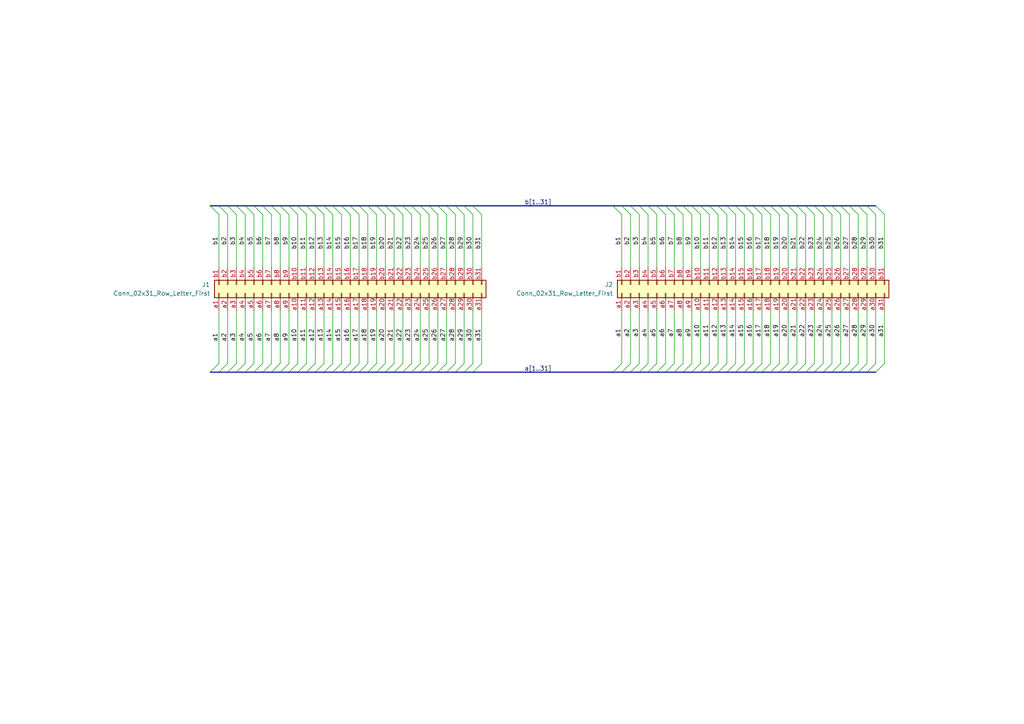
<source format=kicad_sch>
(kicad_sch (version 20250114) (generator "eeschema") (generator_version "9.0")
  (paper "A4")
  (title_block (title "HP Universal 3.98mm Extension Jig") (date "2025-08-03") (rev "AA") (company "ENG: J. Stepanian"))
  (lib_symbols
    (symbol "Connector_Generic:Conn_02x31_Row_Letter_First" (pin_names (offset 1.016) (hide yes))
      (property "Reference" "J" (at 1.27 40.64 0))
      (property "Value" "Conn_02x31_Row_Letter_First" (at 1.27 -40.64 0))
      (symbol "Conn_02x31_Row_Letter_First_1_1"
        (rectangle (start -1.27 39.37) (end 3.81 -39.37) (stroke (width 0.254)) (fill (type background)))
        (rectangle (start -1.27 38.227) (end 0 37.973) (stroke (width 0.1524)))
        (rectangle (start -1.27 35.687) (end 0 35.433) (stroke (width 0.1524)))
        (rectangle (start -1.27 33.147) (end 0 32.893) (stroke (width 0.1524)))
        (rectangle (start -1.27 30.607) (end 0 30.353) (stroke (width 0.1524)))
        (rectangle (start -1.27 28.067) (end 0 27.813) (stroke (width 0.1524)))
        (rectangle (start -1.27 25.527) (end 0 25.273) (stroke (width 0.1524)))
        (rectangle (start -1.27 22.987) (end 0 22.733) (stroke (width 0.1524)))
        (rectangle (start -1.27 20.447) (end 0 20.193) (stroke (width 0.1524)))
        (rectangle (start -1.27 17.907) (end 0 17.653) (stroke (width 0.1524)))
        (rectangle (start -1.27 15.367) (end 0 15.113) (stroke (width 0.1524)))
        (rectangle (start -1.27 12.827) (end 0 12.573) (stroke (width 0.1524)))
        (rectangle (start -1.27 10.287) (end 0 10.033) (stroke (width 0.1524)))
        (rectangle (start -1.27 7.747) (end 0 7.493) (stroke (width 0.1524)))
        (rectangle (start -1.27 5.207) (end 0 4.953) (stroke (width 0.1524)))
        (rectangle (start -1.27 2.667) (end 0 2.413) (stroke (width 0.1524)))
        (rectangle (start -1.27 0.127) (end 0 -0.127) (stroke (width 0.1524)))
        (rectangle (start -1.27 -2.413) (end 0 -2.667) (stroke (width 0.1524)))
        (rectangle (start -1.27 -4.953) (end 0 -5.207) (stroke (width 0.1524)))
        (rectangle (start -1.27 -7.493) (end 0 -7.747) (stroke (width 0.1524)))
        (rectangle (start -1.27 -10.033) (end 0 -10.287) (stroke (width 0.1524)))
        (rectangle (start -1.27 -12.573) (end 0 -12.827) (stroke (width 0.1524)))
        (rectangle (start -1.27 -15.113) (end 0 -15.367) (stroke (width 0.1524)))
        (rectangle (start -1.27 -17.653) (end 0 -17.907) (stroke (width 0.1524)))
        (rectangle (start -1.27 -20.193) (end 0 -20.447) (stroke (width 0.1524)))
        (rectangle (start -1.27 -22.733) (end 0 -22.987) (stroke (width 0.1524)))
        (rectangle (start -1.27 -25.273) (end 0 -25.527) (stroke (width 0.1524)))
        (rectangle (start -1.27 -27.813) (end 0 -28.067) (stroke (width 0.1524)))
        (rectangle (start -1.27 -30.353) (end 0 -30.607) (stroke (width 0.1524)))
        (rectangle (start -1.27 -32.893) (end 0 -33.147) (stroke (width 0.1524)))
        (rectangle (start -1.27 -35.433) (end 0 -35.687) (stroke (width 0.1524)))
        (rectangle (start -1.27 -37.973) (end 0 -38.227) (stroke (width 0.1524)))
        (rectangle (start 3.81 38.227) (end 2.54 37.973) (stroke (width 0.1524)))
        (rectangle (start 3.81 35.687) (end 2.54 35.433) (stroke (width 0.1524)))
        (rectangle (start 3.81 33.147) (end 2.54 32.893) (stroke (width 0.1524)))
        (rectangle (start 3.81 30.607) (end 2.54 30.353) (stroke (width 0.1524)))
        (rectangle (start 3.81 28.067) (end 2.54 27.813) (stroke (width 0.1524)))
        (rectangle (start 3.81 25.527) (end 2.54 25.273) (stroke (width 0.1524)))
        (rectangle (start 3.81 22.987) (end 2.54 22.733) (stroke (width 0.1524)))
        (rectangle (start 3.81 20.447) (end 2.54 20.193) (stroke (width 0.1524)))
        (rectangle (start 3.81 17.907) (end 2.54 17.653) (stroke (width 0.1524)))
        (rectangle (start 3.81 15.367) (end 2.54 15.113) (stroke (width 0.1524)))
        (rectangle (start 3.81 12.827) (end 2.54 12.573) (stroke (width 0.1524)))
        (rectangle (start 3.81 10.287) (end 2.54 10.033) (stroke (width 0.1524)))
        (rectangle (start 3.81 7.747) (end 2.54 7.493) (stroke (width 0.1524)))
        (rectangle (start 3.81 5.207) (end 2.54 4.953) (stroke (width 0.1524)))
        (rectangle (start 3.81 2.667) (end 2.54 2.413) (stroke (width 0.1524)))
        (rectangle (start 3.81 0.127) (end 2.54 -0.127) (stroke (width 0.1524)))
        (rectangle (start 3.81 -2.413) (end 2.54 -2.667) (stroke (width 0.1524)))
        (rectangle (start 3.81 -4.953) (end 2.54 -5.207) (stroke (width 0.1524)))
        (rectangle (start 3.81 -7.493) (end 2.54 -7.747) (stroke (width 0.1524)))
        (rectangle (start 3.81 -10.033) (end 2.54 -10.287) (stroke (width 0.1524)))
        (rectangle (start 3.81 -12.573) (end 2.54 -12.827) (stroke (width 0.1524)))
        (rectangle (start 3.81 -15.113) (end 2.54 -15.367) (stroke (width 0.1524)))
        (rectangle (start 3.81 -17.653) (end 2.54 -17.907) (stroke (width 0.1524)))
        (rectangle (start 3.81 -20.193) (end 2.54 -20.447) (stroke (width 0.1524)))
        (rectangle (start 3.81 -22.733) (end 2.54 -22.987) (stroke (width 0.1524)))
        (rectangle (start 3.81 -25.273) (end 2.54 -25.527) (stroke (width 0.1524)))
        (rectangle (start 3.81 -27.813) (end 2.54 -28.067) (stroke (width 0.1524)))
        (rectangle (start 3.81 -30.353) (end 2.54 -30.607) (stroke (width 0.1524)))
        (rectangle (start 3.81 -32.893) (end 2.54 -33.147) (stroke (width 0.1524)))
        (rectangle (start 3.81 -35.433) (end 2.54 -35.687) (stroke (width 0.1524)))
        (rectangle (start 3.81 -37.973) (end 2.54 -38.227) (stroke (width 0.1524)))
        (pin passive line (at -5.08 38.1 0) (length 3.81) (name "Pin_a1") (number "a1"))
        (pin passive line (at -5.08 35.56 0) (length 3.81) (name "Pin_a2") (number "a2"))
        (pin passive line (at -5.08 33.02 0) (length 3.81) (name "Pin_a3") (number "a3"))
        (pin passive line (at -5.08 30.48 0) (length 3.81) (name "Pin_a4") (number "a4"))
        (pin passive line (at -5.08 27.94 0) (length 3.81) (name "Pin_a5") (number "a5"))
        (pin passive line (at -5.08 25.4 0) (length 3.81) (name "Pin_a6") (number "a6"))
        (pin passive line (at -5.08 22.86 0) (length 3.81) (name "Pin_a7") (number "a7"))
        (pin passive line (at -5.08 20.32 0) (length 3.81) (name "Pin_a8") (number "a8"))
        (pin passive line (at -5.08 17.78 0) (length 3.81) (name "Pin_a9") (number "a9"))
        (pin passive line (at -5.08 15.24 0) (length 3.81) (name "Pin_a10") (number "a10"))
        (pin passive line (at -5.08 12.7 0) (length 3.81) (name "Pin_a11") (number "a11"))
        (pin passive line (at -5.08 10.16 0) (length 3.81) (name "Pin_a12") (number "a12"))
        (pin passive line (at -5.08 7.62 0) (length 3.81) (name "Pin_a13") (number "a13"))
        (pin passive line (at -5.08 5.08 0) (length 3.81) (name "Pin_a14") (number "a14"))
        (pin passive line (at -5.08 2.54 0) (length 3.81) (name "Pin_a15") (number "a15"))
        (pin passive line (at -5.08 0 0) (length 3.81) (name "Pin_a16") (number "a16"))
        (pin passive line (at -5.08 -2.54 0) (length 3.81) (name "Pin_a17") (number "a17"))
        (pin passive line (at -5.08 -5.08 0) (length 3.81) (name "Pin_a18") (number "a18"))
        (pin passive line (at -5.08 -7.62 0) (length 3.81) (name "Pin_a19") (number "a19"))
        (pin passive line (at -5.08 -10.16 0) (length 3.81) (name "Pin_a20") (number "a20"))
        (pin passive line (at -5.08 -12.7 0) (length 3.81) (name "Pin_a21") (number "a21"))
        (pin passive line (at -5.08 -15.24 0) (length 3.81) (name "Pin_a22") (number "a22"))
        (pin passive line (at -5.08 -17.78 0) (length 3.81) (name "Pin_a23") (number "a23"))
        (pin passive line (at -5.08 -20.32 0) (length 3.81) (name "Pin_a24") (number "a24"))
        (pin passive line (at -5.08 -22.86 0) (length 3.81) (name "Pin_a25") (number "a25"))
        (pin passive line (at -5.08 -25.4 0) (length 3.81) (name "Pin_a26") (number "a26"))
        (pin passive line (at -5.08 -27.94 0) (length 3.81) (name "Pin_a27") (number "a27"))
        (pin passive line (at -5.08 -30.48 0) (length 3.81) (name "Pin_a28") (number "a28"))
        (pin passive line (at -5.08 -33.02 0) (length 3.81) (name "Pin_a29") (number "a29"))
        (pin passive line (at -5.08 -35.56 0) (length 3.81) (name "Pin_a30") (number "a30"))
        (pin passive line (at -5.08 -38.1 0) (length 3.81) (name "Pin_a31") (number "a31"))
        (pin passive line (at 7.62 38.1 180) (length 3.81) (name "Pin_b1") (number "b1"))
        (pin passive line (at 7.62 35.56 180) (length 3.81) (name "Pin_b2") (number "b2"))
        (pin passive line (at 7.62 33.02 180) (length 3.81) (name "Pin_b3") (number "b3"))
        (pin passive line (at 7.62 30.48 180) (length 3.81) (name "Pin_b4") (number "b4"))
        (pin passive line (at 7.62 27.94 180) (length 3.81) (name "Pin_b5") (number "b5"))
        (pin passive line (at 7.62 25.4 180) (length 3.81) (name "Pin_b6") (number "b6"))
        (pin passive line (at 7.62 22.86 180) (length 3.81) (name "Pin_b7") (number "b7"))
        (pin passive line (at 7.62 20.32 180) (length 3.81) (name "Pin_b8") (number "b8"))
        (pin passive line (at 7.62 17.78 180) (length 3.81) (name "Pin_b9") (number "b9"))
        (pin passive line (at 7.62 15.24 180) (length 3.81) (name "Pin_b10") (number "b10"))
        (pin passive line (at 7.62 12.7 180) (length 3.81) (name "Pin_b11") (number "b11"))
        (pin passive line (at 7.62 10.16 180) (length 3.81) (name "Pin_b12") (number "b12"))
        (pin passive line (at 7.62 7.62 180) (length 3.81) (name "Pin_b13") (number "b13"))
        (pin passive line (at 7.62 5.08 180) (length 3.81) (name "Pin_b14") (number "b14"))
        (pin passive line (at 7.62 2.54 180) (length 3.81) (name "Pin_b15") (number "b15"))
        (pin passive line (at 7.62 0 180) (length 3.81) (name "Pin_b16") (number "b16"))
        (pin passive line (at 7.62 -2.54 180) (length 3.81) (name "Pin_b17") (number "b17"))
        (pin passive line (at 7.62 -5.08 180) (length 3.81) (name "Pin_b18") (number "b18"))
        (pin passive line (at 7.62 -7.62 180) (length 3.81) (name "Pin_b19") (number "b19"))
        (pin passive line (at 7.62 -10.16 180) (length 3.81) (name "Pin_b20") (number "b20"))
        (pin passive line (at 7.62 -12.7 180) (length 3.81) (name "Pin_b21") (number "b21"))
        (pin passive line (at 7.62 -15.24 180) (length 3.81) (name "Pin_b22") (number "b22"))
        (pin passive line (at 7.62 -17.78 180) (length 3.81) (name "Pin_b23") (number "b23"))
        (pin passive line (at 7.62 -20.32 180) (length 3.81) (name "Pin_b24") (number "b24"))
        (pin passive line (at 7.62 -22.86 180) (length 3.81) (name "Pin_b25") (number "b25"))
        (pin passive line (at 7.62 -25.4 180) (length 3.81) (name "Pin_b26") (number "b26"))
        (pin passive line (at 7.62 -27.94 180) (length 3.81) (name "Pin_b27") (number "b27"))
        (pin passive line (at 7.62 -30.48 180) (length 3.81) (name "Pin_b28") (number "b28"))
        (pin passive line (at 7.62 -33.02 180) (length 3.81) (name "Pin_b29") (number "b29"))
        (pin passive line (at 7.62 -35.56 180) (length 3.81) (name "Pin_b30") (number "b30"))
        (pin passive line (at 7.62 -38.1 180) (length 3.81) (name "Pin_b31") (number "b31"))
      )
    )
  )
  (bus_entry (at 109.22 107.95) (size 2.54 -2.54))
  (bus_entry (at 251.46 107.95) (size 2.54 -2.54))
  (bus_entry (at 200.66 107.95) (size 2.54 -2.54))
  (bus_entry (at 86.36 59.69) (size 2.54 2.54))
  (bus_entry (at 71.12 59.69) (size 2.54 2.54))
  (bus_entry (at 129.54 59.69) (size 2.54 2.54))
  (bus_entry (at 96.52 59.69) (size 2.54 2.54))
  (bus_entry (at 91.44 59.69) (size 2.54 2.54))
  (bus_entry (at 236.22 107.95) (size 2.54 -2.54))
  (bus_entry (at 60.96 59.69) (size 2.54 2.54))
  (bus_entry (at 200.66 59.69) (size 2.54 2.54))
  (bus_entry (at 248.92 59.69) (size 2.54 2.54))
  (bus_entry (at 213.36 107.95) (size 2.54 -2.54))
  (bus_entry (at 73.66 59.69) (size 2.54 2.54))
  (bus_entry (at 182.88 107.95) (size 2.54 -2.54))
  (bus_entry (at 134.62 107.95) (size 2.54 -2.54))
  (bus_entry (at 81.28 107.95) (size 2.54 -2.54))
  (bus_entry (at 78.74 107.95) (size 2.54 -2.54))
  (bus_entry (at 220.98 59.69) (size 2.54 2.54))
  (bus_entry (at 251.46 59.69) (size 2.54 2.54))
  (bus_entry (at 205.74 107.95) (size 2.54 -2.54))
  (bus_entry (at 101.6 59.69) (size 2.54 2.54))
  (bus_entry (at 254 59.69) (size 2.54 2.54))
  (bus_entry (at 119.38 59.69) (size 2.54 2.54))
  (bus_entry (at 215.9 59.69) (size 2.54 2.54))
  (bus_entry (at 127 59.69) (size 2.54 2.54))
  (bus_entry (at 223.52 59.69) (size 2.54 2.54))
  (bus_entry (at 68.58 59.69) (size 2.54 2.54))
  (bus_entry (at 109.22 59.69) (size 2.54 2.54))
  (bus_entry (at 127 107.95) (size 2.54 -2.54))
  (bus_entry (at 215.9 107.95) (size 2.54 -2.54))
  (bus_entry (at 218.44 59.69) (size 2.54 2.54))
  (bus_entry (at 238.76 107.95) (size 2.54 -2.54))
  (bus_entry (at 66.04 59.69) (size 2.54 2.54))
  (bus_entry (at 137.16 59.69) (size 2.54 2.54))
  (bus_entry (at 104.14 107.95) (size 2.54 -2.54))
  (bus_entry (at 66.04 107.95) (size 2.54 -2.54))
  (bus_entry (at 198.12 107.95) (size 2.54 -2.54))
  (bus_entry (at 180.34 107.95) (size 2.54 -2.54))
  (bus_entry (at 185.42 107.95) (size 2.54 -2.54))
  (bus_entry (at 198.12 59.69) (size 2.54 2.54))
  (bus_entry (at 182.88 59.69) (size 2.54 2.54))
  (bus_entry (at 226.06 107.95) (size 2.54 -2.54))
  (bus_entry (at 228.6 59.69) (size 2.54 2.54))
  (bus_entry (at 210.82 107.95) (size 2.54 -2.54))
  (bus_entry (at 119.38 107.95) (size 2.54 -2.54))
  (bus_entry (at 91.44 107.95) (size 2.54 -2.54))
  (bus_entry (at 124.46 59.69) (size 2.54 2.54))
  (bus_entry (at 208.28 107.95) (size 2.54 -2.54))
  (bus_entry (at 129.54 107.95) (size 2.54 -2.54))
  (bus_entry (at 63.5 107.95) (size 2.54 -2.54))
  (bus_entry (at 226.06 59.69) (size 2.54 2.54))
  (bus_entry (at 134.62 59.69) (size 2.54 2.54))
  (bus_entry (at 71.12 107.95) (size 2.54 -2.54))
  (bus_entry (at 86.36 107.95) (size 2.54 -2.54))
  (bus_entry (at 231.14 59.69) (size 2.54 2.54))
  (bus_entry (at 220.98 107.95) (size 2.54 -2.54))
  (bus_entry (at 187.96 107.95) (size 2.54 -2.54))
  (bus_entry (at 190.5 59.69) (size 2.54 2.54))
  (bus_entry (at 177.8 107.95) (size 2.54 -2.54))
  (bus_entry (at 218.44 107.95) (size 2.54 -2.54))
  (bus_entry (at 101.6 107.95) (size 2.54 -2.54))
  (bus_entry (at 246.38 107.95) (size 2.54 -2.54))
  (bus_entry (at 238.76 59.69) (size 2.54 2.54))
  (bus_entry (at 96.52 107.95) (size 2.54 -2.54))
  (bus_entry (at 208.28 59.69) (size 2.54 2.54))
  (bus_entry (at 93.98 107.95) (size 2.54 -2.54))
  (bus_entry (at 106.68 59.69) (size 2.54 2.54))
  (bus_entry (at 243.84 107.95) (size 2.54 -2.54))
  (bus_entry (at 88.9 107.95) (size 2.54 -2.54))
  (bus_entry (at 233.68 59.69) (size 2.54 2.54))
  (bus_entry (at 68.58 107.95) (size 2.54 -2.54))
  (bus_entry (at 193.04 59.69) (size 2.54 2.54))
  (bus_entry (at 223.52 107.95) (size 2.54 -2.54))
  (bus_entry (at 121.92 59.69) (size 2.54 2.54))
  (bus_entry (at 83.82 107.95) (size 2.54 -2.54))
  (bus_entry (at 231.14 107.95) (size 2.54 -2.54))
  (bus_entry (at 132.08 107.95) (size 2.54 -2.54))
  (bus_entry (at 121.92 107.95) (size 2.54 -2.54))
  (bus_entry (at 241.3 107.95) (size 2.54 -2.54))
  (bus_entry (at 246.38 59.69) (size 2.54 2.54))
  (bus_entry (at 93.98 59.69) (size 2.54 2.54))
  (bus_entry (at 99.06 59.69) (size 2.54 2.54))
  (bus_entry (at 88.9 59.69) (size 2.54 2.54))
  (bus_entry (at 190.5 107.95) (size 2.54 -2.54))
  (bus_entry (at 114.3 107.95) (size 2.54 -2.54))
  (bus_entry (at 63.5 59.69) (size 2.54 2.54))
  (bus_entry (at 114.3 59.69) (size 2.54 2.54))
  (bus_entry (at 81.28 59.69) (size 2.54 2.54))
  (bus_entry (at 116.84 107.95) (size 2.54 -2.54))
  (bus_entry (at 187.96 59.69) (size 2.54 2.54))
  (bus_entry (at 111.76 107.95) (size 2.54 -2.54))
  (bus_entry (at 243.84 59.69) (size 2.54 2.54))
  (bus_entry (at 205.74 59.69) (size 2.54 2.54))
  (bus_entry (at 76.2 59.69) (size 2.54 2.54))
  (bus_entry (at 111.76 59.69) (size 2.54 2.54))
  (bus_entry (at 137.16 107.95) (size 2.54 -2.54))
  (bus_entry (at 60.96 107.95) (size 2.54 -2.54))
  (bus_entry (at 241.3 59.69) (size 2.54 2.54))
  (bus_entry (at 180.34 59.69) (size 2.54 2.54))
  (bus_entry (at 233.68 107.95) (size 2.54 -2.54))
  (bus_entry (at 132.08 59.69) (size 2.54 2.54))
  (bus_entry (at 254 107.95) (size 2.54 -2.54))
  (bus_entry (at 106.68 107.95) (size 2.54 -2.54))
  (bus_entry (at 195.58 107.95) (size 2.54 -2.54))
  (bus_entry (at 248.92 107.95) (size 2.54 -2.54))
  (bus_entry (at 177.8 59.69) (size 2.54 2.54))
  (bus_entry (at 185.42 59.69) (size 2.54 2.54))
  (bus_entry (at 124.46 107.95) (size 2.54 -2.54))
  (bus_entry (at 195.58 59.69) (size 2.54 2.54))
  (bus_entry (at 213.36 59.69) (size 2.54 2.54))
  (bus_entry (at 83.82 59.69) (size 2.54 2.54))
  (bus_entry (at 73.66 107.95) (size 2.54 -2.54))
  (bus_entry (at 78.74 59.69) (size 2.54 2.54))
  (bus_entry (at 76.2 107.95) (size 2.54 -2.54))
  (bus_entry (at 104.14 59.69) (size 2.54 2.54))
  (bus_entry (at 99.06 107.95) (size 2.54 -2.54))
  (bus_entry (at 236.22 59.69) (size 2.54 2.54))
  (bus_entry (at 210.82 59.69) (size 2.54 2.54))
  (bus_entry (at 203.2 107.95) (size 2.54 -2.54))
  (bus_entry (at 116.84 59.69) (size 2.54 2.54))
  (bus_entry (at 228.6 107.95) (size 2.54 -2.54))
  (bus_entry (at 203.2 59.69) (size 2.54 2.54))
  (bus_entry (at 193.04 107.95) (size 2.54 -2.54))
  (bus (pts (xy 73.66 107.95) (xy 76.2 107.95)))
  (wire (pts (xy 71.12 62.23) (xy 71.12 77.47)))
  (wire (pts (xy 76.2 62.23) (xy 76.2 77.47)))
  (wire (pts (xy 96.52 105.41) (xy 96.52 90.17)))
  (bus (pts (xy 246.38 107.95) (xy 248.92 107.95)))
  (wire (pts (xy 106.68 105.41) (xy 106.68 90.17)))
  (wire (pts (xy 116.84 105.41) (xy 116.84 90.17)))
  (wire (pts (xy 104.14 62.23) (xy 104.14 77.47)))
  (wire (pts (xy 137.16 62.23) (xy 137.16 77.47)))
  (bus (pts (xy 231.14 59.69) (xy 233.68 59.69)))
  (bus (pts (xy 238.76 107.95) (xy 241.3 107.95)))
  (bus (pts (xy 101.6 107.95) (xy 104.14 107.95)))
  (bus (pts (xy 81.28 59.69) (xy 83.82 59.69)))
  (bus (pts (xy 132.08 107.95) (xy 134.62 107.95)))
  (wire (pts (xy 231.14 62.23) (xy 231.14 77.47)))
  (bus (pts (xy 76.2 59.69) (xy 78.74 59.69)))
  (bus (pts (xy 68.58 107.95) (xy 71.12 107.95)))
  (wire (pts (xy 238.76 105.41) (xy 238.76 90.17)))
  (bus (pts (xy 119.38 59.69) (xy 121.92 59.69)))
  (bus (pts (xy 106.68 59.69) (xy 109.22 59.69)))
  (bus (pts (xy 248.92 107.95) (xy 251.46 107.95)))
  (wire (pts (xy 210.82 62.23) (xy 210.82 77.47)))
  (wire (pts (xy 236.22 62.23) (xy 236.22 77.47)))
  (wire (pts (xy 132.08 105.41) (xy 132.08 90.17)))
  (bus (pts (xy 228.6 59.69) (xy 231.14 59.69)))
  (wire (pts (xy 205.74 62.23) (xy 205.74 77.47)))
  (wire (pts (xy 78.74 62.23) (xy 78.74 77.47)))
  (wire (pts (xy 256.54 105.41) (xy 256.54 90.17)))
  (wire (pts (xy 215.9 105.41) (xy 215.9 90.17)))
  (wire (pts (xy 254 105.41) (xy 254 90.17)))
  (wire (pts (xy 198.12 62.23) (xy 198.12 77.47)))
  (wire (pts (xy 195.58 62.23) (xy 195.58 77.47)))
  (wire (pts (xy 63.5 105.41) (xy 63.5 90.17)))
  (wire (pts (xy 71.12 105.41) (xy 71.12 90.17)))
  (bus (pts (xy 243.84 107.95) (xy 246.38 107.95)))
  (bus (pts (xy 215.9 107.95) (xy 218.44 107.95)))
  (wire (pts (xy 190.5 105.41) (xy 190.5 90.17)))
  (wire (pts (xy 83.82 105.41) (xy 83.82 90.17)))
  (wire (pts (xy 124.46 62.23) (xy 124.46 77.47)))
  (wire (pts (xy 139.7 105.41) (xy 139.7 90.17)))
  (bus (pts (xy 233.68 59.69) (xy 236.22 59.69)))
  (bus (pts (xy 236.22 107.95) (xy 238.76 107.95)))
  (bus (pts (xy 210.82 107.95) (xy 213.36 107.95)))
  (bus (pts (xy 134.62 107.95) (xy 137.16 107.95)))
  (bus (pts (xy 241.3 59.69) (xy 243.84 59.69)))
  (bus (pts (xy 104.14 107.95) (xy 106.68 107.95)))
  (bus (pts (xy 203.2 107.95) (xy 205.74 107.95)))
  (bus (pts (xy 60.96 107.95) (xy 63.5 107.95)))
  (wire (pts (xy 73.66 62.23) (xy 73.66 77.47)))
  (wire (pts (xy 127 105.41) (xy 127 90.17)))
  (wire (pts (xy 139.7 62.23) (xy 139.7 77.47)))
  (wire (pts (xy 193.04 62.23) (xy 193.04 77.47)))
  (wire (pts (xy 96.52 62.23) (xy 96.52 77.47)))
  (wire (pts (xy 208.28 105.41) (xy 208.28 90.17)))
  (bus (pts (xy 96.52 59.69) (xy 99.06 59.69)))
  (wire (pts (xy 81.28 62.23) (xy 81.28 77.47)))
  (wire (pts (xy 182.88 62.23) (xy 182.88 77.47)))
  (bus (pts (xy 124.46 107.95) (xy 127 107.95)))
  (bus (pts (xy 93.98 107.95) (xy 96.52 107.95)))
  (bus (pts (xy 116.84 59.69) (xy 119.38 59.69)))
  (wire (pts (xy 119.38 62.23) (xy 119.38 77.47)))
  (bus (pts (xy 88.9 107.95) (xy 91.44 107.95)))
  (bus (pts (xy 213.36 107.95) (xy 215.9 107.95)))
  (bus (pts (xy 205.74 59.69) (xy 208.28 59.69)))
  (bus (pts (xy 223.52 107.95) (xy 226.06 107.95)))
  (wire (pts (xy 66.04 62.23) (xy 66.04 77.47)))
  (bus (pts (xy 198.12 107.95) (xy 200.66 107.95)))
  (wire (pts (xy 86.36 105.41) (xy 86.36 90.17)))
  (bus (pts (xy 198.12 59.69) (xy 200.66 59.69)))
  (bus (pts (xy 121.92 59.69) (xy 124.46 59.69)))
  (wire (pts (xy 226.06 62.23) (xy 226.06 77.47)))
  (wire (pts (xy 208.28 62.23) (xy 208.28 77.47)))
  (wire (pts (xy 246.38 105.41) (xy 246.38 90.17)))
  (bus (pts (xy 185.42 107.95) (xy 187.96 107.95)))
  (bus (pts (xy 86.36 59.69) (xy 88.9 59.69)))
  (bus (pts (xy 218.44 107.95) (xy 220.98 107.95)))
  (bus (pts (xy 226.06 107.95) (xy 228.6 107.95)))
  (bus (pts (xy 104.14 59.69) (xy 106.68 59.69)))
  (bus (pts (xy 91.44 107.95) (xy 93.98 107.95)))
  (bus (pts (xy 190.5 107.95) (xy 193.04 107.95)))
  (wire (pts (xy 213.36 62.23) (xy 213.36 77.47)))
  (bus (pts (xy 71.12 59.69) (xy 73.66 59.69)))
  (bus (pts (xy 63.5 59.69) (xy 66.04 59.69)))
  (bus (pts (xy 76.2 107.95) (xy 78.74 107.95)))
  (wire (pts (xy 132.08 62.23) (xy 132.08 77.47)))
  (wire (pts (xy 81.28 105.41) (xy 81.28 90.17)))
  (wire (pts (xy 190.5 62.23) (xy 190.5 77.47)))
  (bus (pts (xy 83.82 107.95) (xy 86.36 107.95)))
  (wire (pts (xy 68.58 105.41) (xy 68.58 90.17)))
  (bus (pts (xy 116.84 107.95) (xy 119.38 107.95)))
  (bus (pts (xy 251.46 107.95) (xy 254 107.95)))
  (bus (pts (xy 137.16 59.69) (xy 177.8 59.69)))
  (bus (pts (xy 182.88 59.69) (xy 185.42 59.69)))
  (wire (pts (xy 193.04 105.41) (xy 193.04 90.17)))
  (bus (pts (xy 114.3 59.69) (xy 116.84 59.69)))
  (wire (pts (xy 101.6 62.23) (xy 101.6 77.47)))
  (bus (pts (xy 132.08 59.69) (xy 134.62 59.69)))
  (bus (pts (xy 182.88 107.95) (xy 185.42 107.95)))
  (wire (pts (xy 200.66 62.23) (xy 200.66 77.47)))
  (bus (pts (xy 83.82 59.69) (xy 86.36 59.69)))
  (bus (pts (xy 200.66 107.95) (xy 203.2 107.95)))
  (wire (pts (xy 109.22 62.23) (xy 109.22 77.47)))
  (wire (pts (xy 66.04 105.41) (xy 66.04 90.17)))
  (bus (pts (xy 129.54 107.95) (xy 132.08 107.95)))
  (bus (pts (xy 205.74 107.95) (xy 208.28 107.95)))
  (bus (pts (xy 96.52 107.95) (xy 99.06 107.95)))
  (bus (pts (xy 236.22 59.69) (xy 238.76 59.69)))
  (bus (pts (xy 137.16 107.95) (xy 177.8 107.95)))
  (wire (pts (xy 119.38 105.41) (xy 119.38 90.17)))
  (wire (pts (xy 99.06 105.41) (xy 99.06 90.17)))
  (wire (pts (xy 114.3 105.41) (xy 114.3 90.17)))
  (wire (pts (xy 233.68 62.23) (xy 233.68 77.47)))
  (bus (pts (xy 66.04 107.95) (xy 68.58 107.95)))
  (bus (pts (xy 177.8 59.69) (xy 180.34 59.69)))
  (bus (pts (xy 121.92 107.95) (xy 124.46 107.95)))
  (wire (pts (xy 93.98 105.41) (xy 93.98 90.17)))
  (wire (pts (xy 228.6 62.23) (xy 228.6 77.47)))
  (wire (pts (xy 109.22 105.41) (xy 109.22 90.17)))
  (bus (pts (xy 187.96 59.69) (xy 190.5 59.69)))
  (bus (pts (xy 109.22 59.69) (xy 111.76 59.69)))
  (wire (pts (xy 187.96 105.41) (xy 187.96 90.17)))
  (wire (pts (xy 205.74 105.41) (xy 205.74 90.17)))
  (bus (pts (xy 185.42 59.69) (xy 187.96 59.69)))
  (wire (pts (xy 137.16 105.41) (xy 137.16 90.17)))
  (bus (pts (xy 208.28 107.95) (xy 210.82 107.95)))
  (bus (pts (xy 193.04 59.69) (xy 195.58 59.69)))
  (bus (pts (xy 177.8 107.95) (xy 180.34 107.95)))
  (wire (pts (xy 104.14 105.41) (xy 104.14 90.17)))
  (wire (pts (xy 256.54 62.23) (xy 256.54 77.47)))
  (bus (pts (xy 210.82 59.69) (xy 213.36 59.69)))
  (bus (pts (xy 231.14 107.95) (xy 233.68 107.95)))
  (wire (pts (xy 243.84 105.41) (xy 243.84 90.17)))
  (wire (pts (xy 121.92 62.23) (xy 121.92 77.47)))
  (wire (pts (xy 129.54 105.41) (xy 129.54 90.17)))
  (bus (pts (xy 71.12 107.95) (xy 73.66 107.95)))
  (wire (pts (xy 223.52 62.23) (xy 223.52 77.47)))
  (wire (pts (xy 213.36 105.41) (xy 213.36 90.17)))
  (wire (pts (xy 241.3 62.23) (xy 241.3 77.47)))
  (bus (pts (xy 129.54 59.69) (xy 132.08 59.69)))
  (bus (pts (xy 78.74 59.69) (xy 81.28 59.69)))
  (bus (pts (xy 119.38 107.95) (xy 121.92 107.95)))
  (wire (pts (xy 180.34 105.41) (xy 180.34 90.17)))
  (bus (pts (xy 127 59.69) (xy 129.54 59.69)))
  (wire (pts (xy 251.46 62.23) (xy 251.46 77.47)))
  (bus (pts (xy 99.06 59.69) (xy 101.6 59.69)))
  (bus (pts (xy 111.76 59.69) (xy 114.3 59.69)))
  (wire (pts (xy 114.3 62.23) (xy 114.3 77.47)))
  (bus (pts (xy 114.3 107.95) (xy 116.84 107.95)))
  (wire (pts (xy 200.66 105.41) (xy 200.66 90.17)))
  (wire (pts (xy 220.98 62.23) (xy 220.98 77.47)))
  (wire (pts (xy 88.9 62.23) (xy 88.9 77.47)))
  (bus (pts (xy 88.9 59.69) (xy 91.44 59.69)))
  (bus (pts (xy 180.34 59.69) (xy 182.88 59.69)))
  (bus (pts (xy 73.66 59.69) (xy 76.2 59.69)))
  (wire (pts (xy 86.36 62.23) (xy 86.36 77.47)))
  (wire (pts (xy 231.14 105.41) (xy 231.14 90.17)))
  (wire (pts (xy 185.42 62.23) (xy 185.42 77.47)))
  (wire (pts (xy 129.54 62.23) (xy 129.54 77.47)))
  (wire (pts (xy 134.62 62.23) (xy 134.62 77.47)))
  (wire (pts (xy 236.22 105.41) (xy 236.22 90.17)))
  (bus (pts (xy 78.74 107.95) (xy 81.28 107.95)))
  (bus (pts (xy 233.68 107.95) (xy 236.22 107.95)))
  (bus (pts (xy 246.38 59.69) (xy 248.92 59.69)))
  (wire (pts (xy 134.62 105.41) (xy 134.62 90.17)))
  (bus (pts (xy 208.28 59.69) (xy 210.82 59.69)))
  (bus (pts (xy 66.04 59.69) (xy 68.58 59.69)))
  (wire (pts (xy 73.66 105.41) (xy 73.66 90.17)))
  (wire (pts (xy 248.92 105.41) (xy 248.92 90.17)))
  (wire (pts (xy 83.82 62.23) (xy 83.82 77.47)))
  (bus (pts (xy 203.2 59.69) (xy 205.74 59.69)))
  (wire (pts (xy 246.38 62.23) (xy 246.38 77.47)))
  (wire (pts (xy 203.2 62.23) (xy 203.2 77.47)))
  (wire (pts (xy 106.68 62.23) (xy 106.68 77.47)))
  (wire (pts (xy 243.84 62.23) (xy 243.84 77.47)))
  (wire (pts (xy 215.9 62.23) (xy 215.9 77.47)))
  (bus (pts (xy 218.44 59.69) (xy 220.98 59.69)))
  (bus (pts (xy 124.46 59.69) (xy 127 59.69)))
  (bus (pts (xy 99.06 107.95) (xy 101.6 107.95)))
  (wire (pts (xy 195.58 105.41) (xy 195.58 90.17)))
  (bus (pts (xy 111.76 107.95) (xy 114.3 107.95)))
  (bus (pts (xy 106.68 107.95) (xy 109.22 107.95)))
  (bus (pts (xy 109.22 107.95) (xy 111.76 107.95)))
  (wire (pts (xy 228.6 105.41) (xy 228.6 90.17)))
  (bus (pts (xy 63.5 107.95) (xy 66.04 107.95)))
  (bus (pts (xy 215.9 59.69) (xy 218.44 59.69)))
  (bus (pts (xy 223.52 59.69) (xy 226.06 59.69)))
  (wire (pts (xy 226.06 105.41) (xy 226.06 90.17)))
  (wire (pts (xy 210.82 105.41) (xy 210.82 90.17)))
  (bus (pts (xy 86.36 107.95) (xy 88.9 107.95)))
  (wire (pts (xy 93.98 62.23) (xy 93.98 77.47)))
  (wire (pts (xy 220.98 105.41) (xy 220.98 90.17)))
  (bus (pts (xy 243.84 59.69) (xy 246.38 59.69)))
  (bus (pts (xy 241.3 107.95) (xy 243.84 107.95)))
  (wire (pts (xy 248.92 62.23) (xy 248.92 77.47)))
  (bus (pts (xy 220.98 59.69) (xy 223.52 59.69)))
  (bus (pts (xy 226.06 59.69) (xy 228.6 59.69)))
  (wire (pts (xy 68.58 62.23) (xy 68.58 77.47)))
  (wire (pts (xy 218.44 105.41) (xy 218.44 90.17)))
  (bus (pts (xy 180.34 107.95) (xy 182.88 107.95)))
  (bus (pts (xy 193.04 107.95) (xy 195.58 107.95)))
  (wire (pts (xy 223.52 105.41) (xy 223.52 90.17)))
  (bus (pts (xy 68.58 59.69) (xy 71.12 59.69)))
  (wire (pts (xy 63.5 62.23) (xy 63.5 77.47)))
  (wire (pts (xy 88.9 105.41) (xy 88.9 90.17)))
  (bus (pts (xy 101.6 59.69) (xy 104.14 59.69)))
  (bus (pts (xy 190.5 59.69) (xy 193.04 59.69)))
  (bus (pts (xy 195.58 59.69) (xy 198.12 59.69)))
  (wire (pts (xy 218.44 62.23) (xy 218.44 77.47)))
  (wire (pts (xy 127 62.23) (xy 127 77.47)))
  (bus (pts (xy 220.98 107.95) (xy 223.52 107.95)))
  (bus (pts (xy 187.96 107.95) (xy 190.5 107.95)))
  (bus (pts (xy 60.96 59.69) (xy 63.5 59.69)))
  (wire (pts (xy 180.34 62.23) (xy 180.34 77.47)))
  (wire (pts (xy 78.74 105.41) (xy 78.74 90.17)))
  (bus (pts (xy 127 107.95) (xy 129.54 107.95)))
  (bus (pts (xy 195.58 107.95) (xy 198.12 107.95)))
  (wire (pts (xy 101.6 105.41) (xy 101.6 90.17)))
  (wire (pts (xy 238.76 62.23) (xy 238.76 77.47)))
  (bus (pts (xy 251.46 59.69) (xy 254 59.69)))
  (wire (pts (xy 116.84 62.23) (xy 116.84 77.47)))
  (bus (pts (xy 134.62 59.69) (xy 137.16 59.69)))
  (bus (pts (xy 91.44 59.69) (xy 93.98 59.69)))
  (wire (pts (xy 233.68 105.41) (xy 233.68 90.17)))
  (wire (pts (xy 254 62.23) (xy 254 77.47)))
  (wire (pts (xy 76.2 105.41) (xy 76.2 90.17)))
  (wire (pts (xy 182.88 105.41) (xy 182.88 90.17)))
  (bus (pts (xy 93.98 59.69) (xy 96.52 59.69)))
  (bus (pts (xy 248.92 59.69) (xy 251.46 59.69)))
  (bus (pts (xy 238.76 59.69) (xy 241.3 59.69)))
  (wire (pts (xy 203.2 105.41) (xy 203.2 90.17)))
  (wire (pts (xy 241.3 105.41) (xy 241.3 90.17)))
  (wire (pts (xy 251.46 105.41) (xy 251.46 90.17)))
  (wire (pts (xy 198.12 105.41) (xy 198.12 90.17)))
  (bus (pts (xy 81.28 107.95) (xy 83.82 107.95)))
  (wire (pts (xy 185.42 105.41) (xy 185.42 90.17)))
  (wire (pts (xy 91.44 62.23) (xy 91.44 77.47)))
  (wire (pts (xy 121.92 105.41) (xy 121.92 90.17)))
  (wire (pts (xy 187.96 62.23) (xy 187.96 77.47)))
  (wire (pts (xy 111.76 62.23) (xy 111.76 77.47)))
  (wire (pts (xy 111.76 105.41) (xy 111.76 90.17)))
  (bus (pts (xy 200.66 59.69) (xy 203.2 59.69)))
  (bus (pts (xy 213.36 59.69) (xy 215.9 59.69)))
  (wire (pts (xy 124.46 105.41) (xy 124.46 90.17)))
  (wire (pts (xy 91.44 105.41) (xy 91.44 90.17)))
  (bus (pts (xy 228.6 107.95) (xy 231.14 107.95)))
  (wire (pts (xy 99.06 62.23) (xy 99.06 77.47)))
  (label "b20" (at 111.76 68.58 270))
  (label "b24" (at 121.92 68.58 270))
  (label "a31" (at 139.7 99.06 90))
  (label "b19" (at 226.06 68.58 270))
  (label "a21" (at 231.14 97.79 90))
  (label "b24" (at 238.76 68.58 270))
  (label "b22" (at 233.68 68.58 270))
  (label "a22" (at 116.84 99.06 90))
  (label "b6" (at 193.04 68.58 270))
  (label "b18" (at 223.52 68.58 270))
  (label "a10" (at 203.2 97.79 90))
  (label "a15" (at 99.06 99.06 90))
  (label "a29" (at 134.62 99.06 90))
  (label "b18" (at 106.68 68.58 270))
  (label "a27" (at 246.38 97.79 90))
  (label "b27" (at 129.54 68.58 270))
  (label "a31" (at 256.54 97.79 90))
  (label "b13" (at 93.98 68.58 270))
  (label "b8" (at 81.28 68.58 270))
  (label "a20" (at 111.76 99.06 90))
  (label "b17" (at 220.98 68.58 270))
  (label "b30" (at 254 68.58 270))
  (label "b14" (at 213.36 68.58 270))
  (label "b9" (at 200.66 68.58 270))
  (label "b25" (at 124.46 68.58 270))
  (label "a12" (at 208.28 97.79 90))
  (label "a21" (at 114.3 99.06 90))
  (label "a8" (at 198.12 97.79 90))
  (label "a19" (at 109.22 99.06 90))
  (label "b16" (at 218.44 68.58 270))
  (label "a30" (at 137.16 99.06 90))
  (label "a19" (at 226.06 97.79 90))
  (label "a30" (at 254 97.79 90))
  (label "a24" (at 238.76 97.79 90))
  (label "b[1..31]" (at 160.02 59.69 180))
  (label "b4" (at 71.12 68.58 270))
  (label "a2" (at 182.88 97.79 90))
  (label "a11" (at 88.9 99.06 90))
  (label "a13" (at 93.98 99.06 90))
  (label "b12" (at 208.28 68.58 270))
  (label "b3" (at 68.58 68.58 270))
  (label "b9" (at 83.82 68.58 270))
  (label "b20" (at 228.6 68.58 270))
  (label "a3" (at 68.58 99.06 90))
  (label "b26" (at 127 68.58 270))
  (label "a15" (at 215.9 97.79 90))
  (label "a16" (at 101.6 99.06 90))
  (label "a13" (at 210.82 97.79 90))
  (label "b14" (at 96.52 68.58 270))
  (label "a8" (at 81.28 99.06 90))
  (label "a18" (at 223.52 97.79 90))
  (label "b28" (at 132.08 68.58 270))
  (label "a6" (at 193.04 97.79 90))
  (label "a28" (at 248.92 97.79 90))
  (label "b23" (at 119.38 68.58 270))
  (label "b1" (at 180.34 68.58 270))
  (label "b15" (at 99.06 68.58 270))
  (label "a29" (at 251.46 97.79 90))
  (label "a7" (at 195.58 97.79 90))
  (label "b5" (at 190.5 68.58 270))
  (label "a16" (at 218.44 97.79 90))
  (label "a17" (at 220.98 97.79 90))
  (label "a11" (at 205.74 97.79 90))
  (label "b25" (at 241.3 68.58 270))
  (label "a5" (at 73.66 99.06 90))
  (label "a3" (at 185.42 97.79 90))
  (label "b6" (at 76.2 68.58 270))
  (label "b7" (at 195.58 68.58 270))
  (label "a4" (at 187.96 97.79 90))
  (label "b5" (at 73.66 68.58 270))
  (label "a5" (at 190.5 97.79 90))
  (label "b12" (at 91.44 68.58 270))
  (label "b8" (at 198.12 68.58 270))
  (label "a28" (at 132.08 99.06 90))
  (label "b17" (at 104.14 68.58 270))
  (label "a1" (at 63.5 99.06 90))
  (label "b7" (at 78.74 68.58 270))
  (label "a22" (at 233.68 97.79 90))
  (label "a23" (at 119.38 99.06 90))
  (label "a18" (at 106.68 99.06 90))
  (label "a4" (at 71.12 99.06 90))
  (label "a10" (at 86.36 99.06 90))
  (label "b21" (at 114.3 68.58 270))
  (label "b2" (at 182.88 68.58 270))
  (label "b15" (at 215.9 68.58 270))
  (label "a26" (at 243.84 97.79 90))
  (label "b26" (at 243.84 68.58 270))
  (label "b19" (at 109.22 68.58 270))
  (label "a2" (at 66.04 99.06 90))
  (label "b11" (at 88.9 68.58 270))
  (label "a27" (at 129.54 99.06 90))
  (label "b27" (at 246.38 68.58 270))
  (label "b10" (at 203.2 68.58 270))
  (label "b4" (at 187.96 68.58 270))
  (label "a7" (at 78.74 99.06 90))
  (label "a24" (at 121.92 99.06 90))
  (label "b11" (at 205.74 68.58 270))
  (label "b13" (at 210.82 68.58 270))
  (label "a25" (at 241.3 97.79 90))
  (label "b10" (at 86.36 68.58 270))
  (label "b31" (at 256.54 68.58 270))
  (label "b28" (at 248.92 68.58 270))
  (label "b29" (at 134.62 68.58 270))
  (label "a17" (at 104.14 99.06 90))
  (label "a9" (at 200.66 97.79 90))
  (label "b22" (at 116.84 68.58 270))
  (label "b21" (at 231.14 68.58 270))
  (label "b29" (at 251.46 68.58 270))
  (label "a6" (at 76.2 99.06 90))
  (label "b30" (at 137.16 68.58 270))
  (label "a[1..31]" (at 160.02 107.95 180))
  (label "b2" (at 66.04 68.58 270))
  (label "a23" (at 236.22 97.79 90))
  (label "b23" (at 236.22 68.58 270))
  (label "b3" (at 185.42 68.58 270))
  (label "b1" (at 63.5 68.58 270))
  (label "b16" (at 101.6 68.58 270))
  (label "a9" (at 83.82 99.06 90))
  (label "b31" (at 139.7 68.58 270))
  (label "a25" (at 124.46 99.06 90))
  (label "a14" (at 213.36 97.79 90))
  (label "a20" (at 228.6 97.79 90))
  (label "a12" (at 91.44 99.06 90))
  (label "a1" (at 180.34 97.79 90))
  (label "a26" (at 127 99.06 90))
  (label "a14" (at 96.52 99.06 90))
  (symbol (lib_id "Connector_Generic:Conn_02x31_Row_Letter_First") (at 101.6 85.09 90) (unit 1)
    (property "Reference" "J1" (at 60.96 82.5499 90) (effects (justify left)))
    (property "Value" "Conn_02x31_Row_Letter_First" (at 60.96 85.0899 90) (effects (justify left)))
    (property "Footprint" "vec_connector:KSD62MEP03BK" (effects (hide yes)))
    (property "Description" "Generic connector, double row, 02x31, row letter first pin numbering scheme (pin number consists of a letter for the row and a number for the pin index in this row. a1, ..., aN; b1, ..., bN), script generated (kicad-library-utils/schlib/autogen/connector/)" (effects (hide yes)))
  )
  (symbol (lib_id "Connector_Generic:Conn_02x31_Row_Letter_First") (at 218.44 85.09 90) (unit 1)
    (property "Reference" "J2" (at 177.8 82.5499 90) (effects (justify left)))
    (property "Value" "Conn_02x31_Row_Letter_First" (at 177.8 85.0899 90) (effects (justify left)))
    (property "Footprint" "vec_connector:KSD62MEP03BK_Straddle" (effects (hide yes)))
    (property "Description" "Generic connector, double row, 02x31, row letter first pin numbering scheme (pin number consists of a letter for the row and a number for the pin index in this row. a1, ..., aN; b1, ..., bN), script generated (kicad-library-utils/schlib/autogen/connector/)" (effects (hide yes)))
  )
)
</source>
